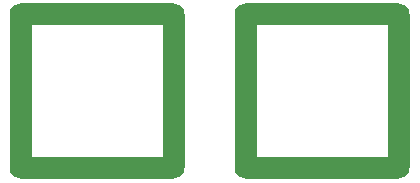
<source format=gbs>
G04 #@! TF.GenerationSoftware,KiCad,Pcbnew,8.0.5*
G04 #@! TF.CreationDate,2024-09-18T07:39:23+09:00*
G04 #@! TF.ProjectId,SandyLP_Plate_Middle_Isolated_area,53616e64-794c-4505-9f50-6c6174655f4d,v.0*
G04 #@! TF.SameCoordinates,Original*
G04 #@! TF.FileFunction,Soldermask,Bot*
G04 #@! TF.FilePolarity,Negative*
%FSLAX46Y46*%
G04 Gerber Fmt 4.6, Leading zero omitted, Abs format (unit mm)*
G04 Created by KiCad (PCBNEW 8.0.5) date 2024-09-18 07:39:23*
%MOMM*%
%LPD*%
G01*
G04 APERTURE LIST*
G04 Aperture macros list*
%AMRoundRect*
0 Rectangle with rounded corners*
0 $1 Rounding radius*
0 $2 $3 $4 $5 $6 $7 $8 $9 X,Y pos of 4 corners*
0 Add a 4 corners polygon primitive as box body*
4,1,4,$2,$3,$4,$5,$6,$7,$8,$9,$2,$3,0*
0 Add four circle primitives for the rounded corners*
1,1,$1+$1,$2,$3*
1,1,$1+$1,$4,$5*
1,1,$1+$1,$6,$7*
1,1,$1+$1,$8,$9*
0 Add four rect primitives between the rounded corners*
20,1,$1+$1,$2,$3,$4,$5,0*
20,1,$1+$1,$4,$5,$6,$7,0*
20,1,$1+$1,$6,$7,$8,$9,0*
20,1,$1+$1,$8,$9,$2,$3,0*%
G04 Aperture macros list end*
%ADD10RoundRect,0.900000X0.000010X-6.500000X0.000010X6.500000X-0.000010X6.500000X-0.000010X-6.500000X0*%
%ADD11RoundRect,0.900000X-6.500000X-0.000010X6.500000X-0.000010X6.500000X0.000010X-6.500000X0.000010X0*%
G04 APERTURE END LIST*
D10*
X33608435Y-49625280D03*
D11*
X40108435Y-43125280D03*
X40108435Y-56125280D03*
D10*
X46608435Y-49625280D03*
X52658435Y-49625280D03*
D11*
X59158435Y-43125280D03*
X59158435Y-56125280D03*
D10*
X65658435Y-49625280D03*
M02*

</source>
